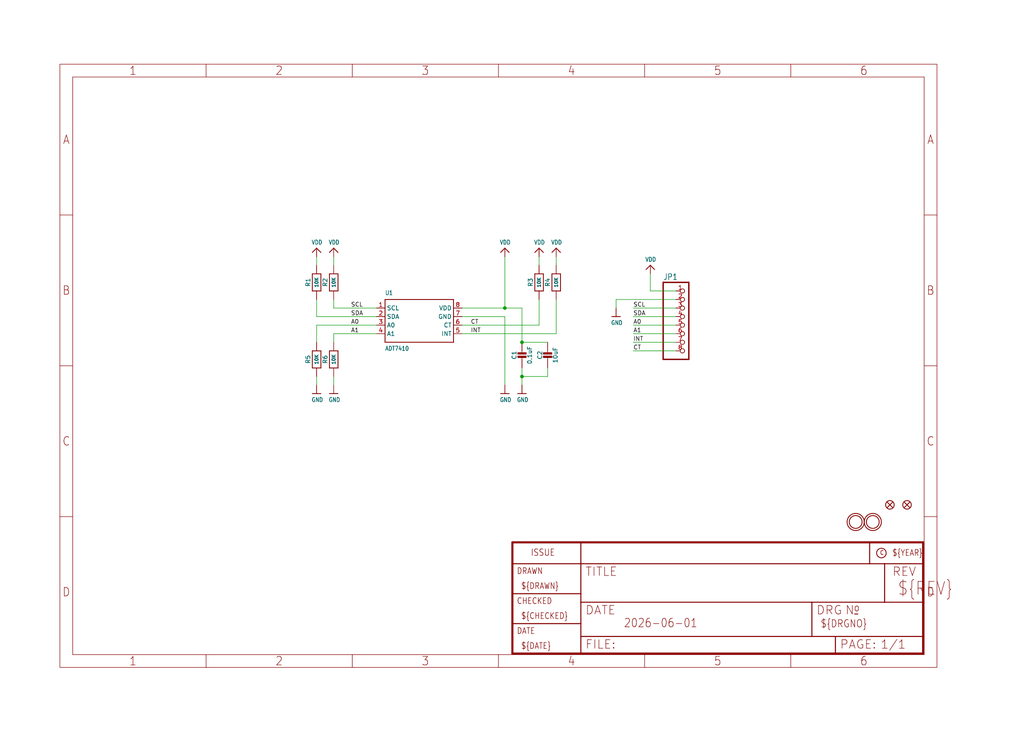
<source format=kicad_sch>
(kicad_sch (version 20230121) (generator eeschema)
  (paper "User" 303.962 217.322)
  (lib_symbols
    (symbol "working-eagle-import:CAP_CERAMIC0603_NO"
      (property "Reference" "C" (at -2.29 1.25 90))
      (symbol "CAP_CERAMIC0603_NO_1_0"
        (rectangle (start -1.27 0.508) (end 1.27 1.016) (fill (type outline)))
        (rectangle (start -1.27 1.524) (end 1.27 2.032) (fill (type outline)))
        (polyline (pts (xy 0 0.762) (xy 0 0)) (stroke (width 0.1524)))
        (polyline (pts (xy 0 2.54) (xy 0 1.778)) (stroke (width 0.1524)))
        (pin passive line (at 0 5.08 270) (length 2.54) (name "1") (number "1"))
        (pin passive line (at 0 -2.54 90) (length 2.54) (name "2") (number "2"))
      )
    )
    (symbol "working-eagle-import:CAP_CERAMIC0805-NOOUTLINE"
      (property "Reference" "C" (at -2.29 1.25 90))
      (symbol "CAP_CERAMIC0805-NOOUTLINE_1_0"
        (rectangle (start -1.27 0.508) (end 1.27 1.016) (fill (type outline)))
        (rectangle (start -1.27 1.524) (end 1.27 2.032) (fill (type outline)))
        (polyline (pts (xy 0 0.762) (xy 0 0)) (stroke (width 0.1524)))
        (polyline (pts (xy 0 2.54) (xy 0 1.778)) (stroke (width 0.1524)))
        (pin passive line (at 0 5.08 270) (length 2.54) (name "1") (number "1"))
        (pin passive line (at 0 -2.54 90) (length 2.54) (name "2") (number "2"))
      )
    )
    (symbol "working-eagle-import:FIDUCIAL_1MM"
      (symbol "FIDUCIAL_1MM_1_0"
        (polyline (pts (xy -0.762 0.762) (xy 0.762 -0.762)) (stroke (width 0.254)))
        (polyline (pts (xy 0.762 0.762) (xy -0.762 -0.762)) (stroke (width 0.254)))
        (circle (center 0 0) (radius 1.27) (stroke (width 0.254)))
      )
    )
    (symbol "working-eagle-import:FRAME_A4"
      (symbol "FRAME_A4_1_0"
        (polyline (pts (xy 0 44.7675) (xy 3.81 44.7675)))
        (polyline (pts (xy 0 89.535) (xy 3.81 89.535)))
        (polyline (pts (xy 0 134.3025) (xy 3.81 134.3025)))
        (polyline (pts (xy 3.81 3.81) (xy 3.81 175.26)))
        (polyline (pts (xy 43.3917 0) (xy 43.3917 3.81)))
        (polyline (pts (xy 43.3917 175.26) (xy 43.3917 179.07)))
        (polyline (pts (xy 86.7833 0) (xy 86.7833 3.81)))
        (polyline (pts (xy 86.7833 175.26) (xy 86.7833 179.07)))
        (polyline (pts (xy 130.175 0) (xy 130.175 3.81)))
        (polyline (pts (xy 130.175 175.26) (xy 130.175 179.07)))
        (polyline (pts (xy 173.5667 0) (xy 173.5667 3.81)))
        (polyline (pts (xy 173.5667 175.26) (xy 173.5667 179.07)))
        (polyline (pts (xy 216.9583 0) (xy 216.9583 3.81)))
        (polyline (pts (xy 216.9583 175.26) (xy 216.9583 179.07)))
        (polyline (pts (xy 256.54 3.81) (xy 3.81 3.81)))
        (polyline (pts (xy 256.54 3.81) (xy 256.54 8.89)) (stroke (width 0.1016)))
        (polyline (pts (xy 256.54 3.81) (xy 256.54 175.26)))
        (polyline (pts (xy 256.54 8.89) (xy 256.54 13.97)) (stroke (width 0.1016)))
        (polyline (pts (xy 256.54 13.97) (xy 256.54 19.05)) (stroke (width 0.1016)))
        (polyline (pts (xy 256.54 19.05) (xy 256.54 36.83)) (stroke (width 0.1016)))
        (polyline (pts (xy 256.54 44.7675) (xy 260.35 44.7675)))
        (polyline (pts (xy 256.54 89.535) (xy 260.35 89.535)))
        (polyline (pts (xy 256.54 134.3025) (xy 260.35 134.3025)))
        (polyline (pts (xy 256.54 175.26) (xy 3.81 175.26)))
        (polyline (pts (xy 0 0) (xy 260.35 0) (xy 260.35 179.07) (xy 0 179.07) (xy 0 0)))
        (text "1" (at 21.6958 1.905 0) (effects (font (size 2.54 2.286))))
        (text "1" (at 21.6958 177.165 0) (effects (font (size 2.54 2.286))))
        (text "2" (at 65.0875 1.905 0) (effects (font (size 2.54 2.286))))
        (text "2" (at 65.0875 177.165 0) (effects (font (size 2.54 2.286))))
        (text "3" (at 108.4792 1.905 0) (effects (font (size 2.54 2.286))))
        (text "3" (at 108.4792 177.165 0) (effects (font (size 2.54 2.286))))
        (text "4" (at 151.8708 1.905 0) (effects (font (size 2.54 2.286))))
        (text "4" (at 151.8708 177.165 0) (effects (font (size 2.54 2.286))))
        (text "5" (at 195.2625 1.905 0) (effects (font (size 2.54 2.286))))
        (text "5" (at 195.2625 177.165 0) (effects (font (size 2.54 2.286))))
        (text "6" (at 238.6542 1.905 0) (effects (font (size 2.54 2.286))))
        (text "6" (at 238.6542 177.165 0) (effects (font (size 2.54 2.286))))
        (text "A" (at 1.905 156.6863 0) (effects (font (size 2.54 2.286))))
        (text "A" (at 258.445 156.6863 0) (effects (font (size 2.54 2.286))))
        (text "B" (at 1.905 111.9188 0) (effects (font (size 2.54 2.286))))
        (text "B" (at 258.445 111.9188 0) (effects (font (size 2.54 2.286))))
        (text "C" (at 1.905 67.1513 0) (effects (font (size 2.54 2.286))))
        (text "C" (at 258.445 67.1513 0) (effects (font (size 2.54 2.286))))
        (text "D" (at 1.905 22.3838 0) (effects (font (size 2.54 2.286))))
        (text "D" (at 258.445 22.3838 0) (effects (font (size 2.54 2.286))))
      )
      (symbol "FRAME_A4_2_0"
        (polyline (pts (xy -0.3048 1.5748) (xy 20.0152 1.5748)) (stroke (width 0.6096)))
        (polyline (pts (xy -0.3048 10.4648) (xy -0.3048 1.5748)) (stroke (width 0.6096)))
        (polyline (pts (xy -0.3048 10.4648) (xy 20.0152 10.4648)) (stroke (width 0.3048)))
        (polyline (pts (xy -0.3048 19.3548) (xy -0.3048 10.4648)) (stroke (width 0.6096)))
        (polyline (pts (xy -0.3048 19.3548) (xy 20.0152 19.3548)) (stroke (width 0.3048)))
        (polyline (pts (xy -0.3048 28.2448) (xy -0.3048 19.3548)) (stroke (width 0.6096)))
        (polyline (pts (xy -0.3048 28.2448) (xy 20.0152 28.2448)) (stroke (width 0.3048)))
        (polyline (pts (xy -0.3048 34.5948) (xy -0.3048 28.2448)) (stroke (width 0.6096)))
        (polyline (pts (xy 20.0152 1.5748) (xy 20.0152 6.6548)) (stroke (width 0.3048)))
        (polyline (pts (xy 20.0152 1.5748) (xy 95.5802 1.5748)) (stroke (width 0.6096)))
        (polyline (pts (xy 20.0152 6.6548) (xy 20.0152 10.4648)) (stroke (width 0.3048)))
        (polyline (pts (xy 20.0152 6.6548) (xy 88.5952 6.6548)) (stroke (width 0.3048)))
        (polyline (pts (xy 20.0152 10.4648) (xy 20.0152 16.8148)) (stroke (width 0.3048)))
        (polyline (pts (xy 20.0152 16.8148) (xy 20.0152 19.3548)) (stroke (width 0.3048)))
        (polyline (pts (xy 20.0152 19.3548) (xy 20.0152 28.2448)) (stroke (width 0.3048)))
        (polyline (pts (xy 20.0152 28.2448) (xy 20.0152 34.5948)) (stroke (width 0.3048)))
        (polyline (pts (xy 20.0152 28.2448) (xy 105.7402 28.2448)) (stroke (width 0.3048)))
        (polyline (pts (xy 20.0152 34.5948) (xy -0.3048 34.5948)) (stroke (width 0.6096)))
        (polyline (pts (xy 88.5952 6.6548) (xy 95.5802 6.6548)) (stroke (width 0.3048)))
        (polyline (pts (xy 88.5952 16.8148) (xy 20.0152 16.8148)) (stroke (width 0.3048)))
        (polyline (pts (xy 88.5952 16.8148) (xy 88.5952 6.6548)) (stroke (width 0.3048)))
        (polyline (pts (xy 95.5802 1.5748) (xy 121.6152 1.5748)) (stroke (width 0.6096)))
        (polyline (pts (xy 95.5802 6.6548) (xy 95.5802 1.5748)) (stroke (width 0.3048)))
        (polyline (pts (xy 95.5802 6.6548) (xy 121.6152 6.6548)) (stroke (width 0.3048)))
        (polyline (pts (xy 101.2952 13.3223) (xy 102.2477 13.3223)) (stroke (width 0.254)))
        (polyline (pts (xy 105.7402 28.2448) (xy 105.7402 34.5948)) (stroke (width 0.3048)))
        (polyline (pts (xy 105.7402 28.2448) (xy 110.1852 28.2448)) (stroke (width 0.3048)))
        (polyline (pts (xy 105.7402 34.5948) (xy 20.0152 34.5948)) (stroke (width 0.6096)))
        (polyline (pts (xy 110.1852 16.8148) (xy 88.5952 16.8148)) (stroke (width 0.3048)))
        (polyline (pts (xy 110.1852 28.2448) (xy 110.1852 16.8148)) (stroke (width 0.3048)))
        (polyline (pts (xy 110.1852 28.2448) (xy 121.6152 28.2448)) (stroke (width 0.3048)))
        (polyline (pts (xy 121.6152 6.6548) (xy 121.6152 1.5748)) (stroke (width 0.6096)))
        (polyline (pts (xy 121.6152 16.8148) (xy 110.1852 16.8148)) (stroke (width 0.3048)))
        (polyline (pts (xy 121.6152 16.8148) (xy 121.6152 6.6548)) (stroke (width 0.6096)))
        (polyline (pts (xy 121.6152 28.2448) (xy 121.6152 16.8148)) (stroke (width 0.6096)))
        (polyline (pts (xy 121.6152 34.5948) (xy 105.7402 34.5948)) (stroke (width 0.6096)))
        (polyline (pts (xy 121.6152 34.5948) (xy 121.6152 28.2448)) (stroke (width 0.6096)))
        (circle (center 109.2327 31.4198) (radius 1.4199) (stroke (width 0.254)))
        (text "${#}/${##}" (at 108.9152 2.8448 0) (effects (font (size 2.54 2.54)) (justify left bottom)))
        (text "${CHECKED}" (at 2.2352 11.7348 0) (effects (font (size 1.778 1.5113)) (justify left bottom)))
        (text "${COMPANY}" (at 23.349 29.6735 0) (effects (font (size 3.175 2.6987) (thickness 0.5397) bold) (justify left bottom)))
        (text "${CURRENT_DATE}" (at 32.7152 9.1948 0) (effects (font (size 2.54 2.159)) (justify left bottom)))
        (text "${DATE}" (at 2.2352 2.8448 0) (effects (font (size 1.778 1.5113)) (justify left bottom)))
        (text "${DRAWN}" (at 2.2352 20.6248 0) (effects (font (size 1.778 1.5113)) (justify left bottom)))
        (text "${DRGNO}" (at 91.1352 9.1948 0) (effects (font (size 2.1844 1.8567)) (justify left bottom)))
        (text "${PROJECTNAME}" (at 33.0327 2.8448 0) (effects (font (size 2.54 2.159)) (justify left bottom)))
        (text "${REV}" (at 113.9952 18.7198 0) (effects (font (size 3.81 3.2385)) (justify left bottom)))
        (text "${YEAR}" (at 112.4077 30.4673 0) (effects (font (size 1.778 1.5113)) (justify left bottom)))
        (text "C" (at 108.7564 30.7848 0) (effects (font (size 1.27 1.0795)) (justify left bottom)))
        (text "CHECKED" (at 0.9652 16.1798 0) (effects (font (size 1.778 1.5113)) (justify left bottom)))
        (text "DATE" (at 0.9652 7.2898 0) (effects (font (size 1.778 1.5113)) (justify left bottom)))
        (text "DATE" (at 21.2852 13.0048 0) (effects (font (size 2.54 2.54)) (justify left bottom)))
        (text "DRAWN" (at 0.9652 25.0698 0) (effects (font (size 1.778 1.5113)) (justify left bottom)))
        (text "DRG" (at 89.8652 13.0048 0) (effects (font (size 2.54 2.54)) (justify left bottom)))
        (text "FILE:" (at 21.2852 2.8448 0) (effects (font (size 2.54 2.54)) (justify left bottom)))
        (text "ISSUE" (at 5.0927 30.4673 0) (effects (font (size 1.9304 1.6408)) (justify left bottom)))
        (text "N" (at 98.4377 13.0048 0) (effects (font (size 2.54 2.54)) (justify left bottom)))
        (text "o" (at 100.9777 13.9573 0) (effects (font (size 2.1844 1.8567)) (justify left bottom)))
        (text "PAGE:" (at 96.8502 2.8448 0) (effects (font (size 2.54 2.54)) (justify left bottom)))
        (text "REV" (at 112.4077 24.4348 0) (effects (font (size 2.54 2.54)) (justify left bottom)))
        (text "TITLE" (at 21.2852 24.4348 0) (effects (font (size 2.54 2.54)) (justify left bottom)))
      )
    )
    (symbol "working-eagle-import:GND" (power)
      (property "Value" "GND" (at -1.524 -2.54 0))
      (symbol "GND_1_0"
        (polyline (pts (xy -1.27 0) (xy 1.27 0)) (stroke (width 0.254)))
        (pin power_in line (at 0 2.54 270) (length 2.54) (name "GND") (number "1"))
      )
    )
    (symbol "working-eagle-import:HEADER-1X870MIL"
      (property "Reference" "JP" (at -6.35 13.335 0))
      (symbol "HEADER-1X870MIL_1_0"
        (polyline (pts (xy -6.35 -10.16) (xy 1.27 -10.16)) (stroke (width 0.4064)))
        (polyline (pts (xy -6.35 12.7) (xy -6.35 -10.16)) (stroke (width 0.4064)))
        (polyline (pts (xy 1.27 -10.16) (xy 1.27 12.7)) (stroke (width 0.4064)))
        (polyline (pts (xy 1.27 12.7) (xy -6.35 12.7)) (stroke (width 0.4064)))
        (pin passive inverted (at -2.54 10.16 0) (length 2.54) (name "1") (number "1"))
        (pin passive inverted (at -2.54 7.62 0) (length 2.54) (name "2") (number "2"))
        (pin passive inverted (at -2.54 5.08 0) (length 2.54) (name "3") (number "3"))
        (pin passive inverted (at -2.54 2.54 0) (length 2.54) (name "4") (number "4"))
        (pin passive inverted (at -2.54 0 0) (length 2.54) (name "5") (number "5"))
        (pin passive inverted (at -2.54 -2.54 0) (length 2.54) (name "6") (number "6"))
        (pin passive inverted (at -2.54 -5.08 0) (length 2.54) (name "7") (number "7"))
        (pin passive inverted (at -2.54 -7.62 0) (length 2.54) (name "8") (number "8"))
      )
    )
    (symbol "working-eagle-import:MOUNTINGHOLE2.0"
      (symbol "MOUNTINGHOLE2.0_1_0"
        (circle (center 0 0) (radius 1.905) (stroke (width 0.254)))
        (circle (center 0 0) (radius 2.54) (stroke (width 0.254)))
      )
    )
    (symbol "working-eagle-import:RESISTOR_0603_NOOUT"
      (property "Reference" "R" (at 0 2.54 0))
      (symbol "RESISTOR_0603_NOOUT_1_0"
        (polyline (pts (xy -2.54 -1.27) (xy -2.54 1.27)) (stroke (width 0.254)))
        (polyline (pts (xy -2.54 1.27) (xy 2.54 1.27)) (stroke (width 0.254)))
        (polyline (pts (xy 2.54 -1.27) (xy -2.54 -1.27)) (stroke (width 0.254)))
        (polyline (pts (xy 2.54 1.27) (xy 2.54 -1.27)) (stroke (width 0.254)))
        (pin passive line (at -5.08 0 0) (length 2.54) (name "1") (number "1"))
        (pin passive line (at 5.08 0 180) (length 2.54) (name "2") (number "2"))
      )
    )
    (symbol "working-eagle-import:TEMP_ADT7410"
      (property "Reference" "U" (at -10.16 8.89 0))
      (symbol "TEMP_ADT7410_1_0"
        (polyline (pts (xy -10.16 -5.08) (xy -10.16 7.62)) (stroke (width 0.254)))
        (polyline (pts (xy -10.16 7.62) (xy 10.16 7.62)) (stroke (width 0.254)))
        (polyline (pts (xy 10.16 -5.08) (xy -10.16 -5.08)) (stroke (width 0.254)))
        (polyline (pts (xy 10.16 7.62) (xy 10.16 -5.08)) (stroke (width 0.254)))
        (pin bidirectional line (at -12.7 5.08 0) (length 2.54) (name "SCL") (number "1"))
        (pin bidirectional line (at -12.7 2.54 0) (length 2.54) (name "SDA") (number "2"))
        (pin bidirectional line (at -12.7 0 0) (length 2.54) (name "A0") (number "3"))
        (pin bidirectional line (at -12.7 -2.54 0) (length 2.54) (name "A1") (number "4"))
        (pin bidirectional line (at 12.7 -2.54 180) (length 2.54) (name "INT") (number "5"))
        (pin bidirectional line (at 12.7 0 180) (length 2.54) (name "CT") (number "6"))
        (pin power_in line (at 12.7 2.54 180) (length 2.54) (name "GND") (number "7"))
        (pin power_in line (at 12.7 5.08 180) (length 2.54) (name "VDD") (number "8"))
      )
    )
    (symbol "working-eagle-import:VDD" (power)
      (property "Value" "VDD" (at -1.524 1.016 0))
      (symbol "VDD_1_0"
        (polyline (pts (xy -1.27 -1.27) (xy 0 0)) (stroke (width 0.254)))
        (polyline (pts (xy 0 0) (xy 1.27 -1.27)) (stroke (width 0.254)))
        (pin power_in line (at 0 -2.54 90) (length 2.54) (name "VDD") (number "1"))
      )
    )
  )
  (junction (at 154.94 101.6))
  (junction (at 149.86 91.44))
  (junction (at 154.94 111.76))
  (wire (pts (xy 160.02 78.74) (xy 160.02 76.2)) (stroke (width 0.1524)))
  (wire (pts (xy 111.76 99.06) (xy 99.06 99.06)) (stroke (width 0.1524)))
  (wire (pts (xy 182.88 88.9) (xy 182.88 91.44)) (stroke (width 0.1524)))
  (wire (pts (xy 154.94 91.44) (xy 154.94 101.6)) (stroke (width 0.1524)))
  (wire (pts (xy 99.06 78.74) (xy 99.06 76.2)) (stroke (width 0.1524)))
  (wire (pts (xy 99.06 91.44) (xy 99.06 88.9)) (stroke (width 0.1524)))
  (wire (pts (xy 162.56 111.76) (xy 162.56 109.22)) (stroke (width 0.1524)))
  (wire (pts (xy 193.04 86.36) (xy 193.04 81.28)) (stroke (width 0.1524)))
  (wire (pts (xy 137.16 93.98) (xy 149.86 93.98)) (stroke (width 0.1524)))
  (wire (pts (xy 200.66 86.36) (xy 193.04 86.36)) (stroke (width 0.1524)))
  (wire (pts (xy 149.86 93.98) (xy 149.86 114.3)) (stroke (width 0.1524)))
  (wire (pts (xy 165.1 99.06) (xy 165.1 88.9)) (stroke (width 0.1524)))
  (wire (pts (xy 111.76 93.98) (xy 93.98 93.98)) (stroke (width 0.1524)))
  (wire (pts (xy 149.86 91.44) (xy 149.86 76.2)) (stroke (width 0.1524)))
  (wire (pts (xy 137.16 91.44) (xy 149.86 91.44)) (stroke (width 0.1524)))
  (wire (pts (xy 93.98 111.76) (xy 93.98 114.3)) (stroke (width 0.1524)))
  (wire (pts (xy 187.96 101.6) (xy 200.66 101.6)) (stroke (width 0.1524)))
  (wire (pts (xy 165.1 76.2) (xy 165.1 78.74)) (stroke (width 0.1524)))
  (wire (pts (xy 187.96 104.14) (xy 200.66 104.14)) (stroke (width 0.1524)))
  (wire (pts (xy 162.56 101.6) (xy 154.94 101.6)) (stroke (width 0.1524)))
  (wire (pts (xy 93.98 93.98) (xy 93.98 88.9)) (stroke (width 0.1524)))
  (wire (pts (xy 154.94 111.76) (xy 162.56 111.76)) (stroke (width 0.1524)))
  (wire (pts (xy 200.66 93.98) (xy 187.96 93.98)) (stroke (width 0.1524)))
  (wire (pts (xy 154.94 109.22) (xy 154.94 111.76)) (stroke (width 0.1524)))
  (wire (pts (xy 154.94 111.76) (xy 154.94 114.3)) (stroke (width 0.1524)))
  (wire (pts (xy 111.76 96.52) (xy 93.98 96.52)) (stroke (width 0.1524)))
  (wire (pts (xy 93.98 78.74) (xy 93.98 76.2)) (stroke (width 0.1524)))
  (wire (pts (xy 200.66 96.52) (xy 187.96 96.52)) (stroke (width 0.1524)))
  (wire (pts (xy 99.06 99.06) (xy 99.06 101.6)) (stroke (width 0.1524)))
  (wire (pts (xy 93.98 96.52) (xy 93.98 101.6)) (stroke (width 0.1524)))
  (wire (pts (xy 200.66 91.44) (xy 187.96 91.44)) (stroke (width 0.1524)))
  (wire (pts (xy 137.16 99.06) (xy 165.1 99.06)) (stroke (width 0.1524)))
  (wire (pts (xy 99.06 111.76) (xy 99.06 114.3)) (stroke (width 0.1524)))
  (wire (pts (xy 200.66 88.9) (xy 182.88 88.9)) (stroke (width 0.1524)))
  (wire (pts (xy 111.76 91.44) (xy 99.06 91.44)) (stroke (width 0.1524)))
  (wire (pts (xy 160.02 96.52) (xy 160.02 88.9)) (stroke (width 0.1524)))
  (wire (pts (xy 200.66 99.06) (xy 187.96 99.06)) (stroke (width 0.1524)))
  (wire (pts (xy 149.86 91.44) (xy 154.94 91.44)) (stroke (width 0.1524)))
  (wire (pts (xy 137.16 96.52) (xy 160.02 96.52)) (stroke (width 0.1524)))
  (label "INT" (at 187.96 101.6 0) (effects (font (size 1.2446 1.2446))))
  (label "A1" (at 104.14 99.06 0) (effects (font (size 1.2446 1.2446))))
  (label "INT" (at 139.7 99.06 0) (effects (font (size 1.2446 1.2446))))
  (label "A0" (at 187.96 96.52 0) (effects (font (size 1.2446 1.2446))))
  (label "CT" (at 187.96 104.14 0) (effects (font (size 1.2446 1.2446))))
  (label "SDA" (at 187.96 93.98 0) (effects (font (size 1.2446 1.2446))))
  (label "A1" (at 187.96 99.06 0) (effects (font (size 1.2446 1.2446))))
  (label "SCL" (at 104.14 91.44 0) (effects (font (size 1.2446 1.2446))))
  (label "SCL" (at 187.96 91.44 0) (effects (font (size 1.2446 1.2446))))
  (label "CT" (at 139.7 96.52 0) (effects (font (size 1.2446 1.2446))))
  (label "A0" (at 104.14 96.52 0) (effects (font (size 1.2446 1.2446))))
  (label "SDA" (at 104.14 93.98 0) (effects (font (size 1.2446 1.2446))))
  (symbol (lib_id "working-eagle-import:MOUNTINGHOLE2.0") (at 254 154.94 0) (unit 1)
    (property "Reference" "U$4" (effects hide))
    (property "Value" "MOUNTINGHOLE2.0" (effects hide))
    (property "Footprint" "working:MOUNTINGHOLE_2.0_PLATED" (effects hide))
  )
  (symbol (lib_id "working-eagle-import:RESISTOR_0603_NOOUT") (at 99.06 106.68 90) (unit 1)
    (property "Reference" "R6" (at 96.52 106.68 0))
    (property "Value" "10K" (at 99.06 106.68 0) (effects (font (size 1.016 1.016) bold)))
    (property "Footprint" "working:0603-NO" (effects hide))
  )
  (symbol (lib_id "working-eagle-import:RESISTOR_0603_NOOUT") (at 93.98 83.82 90) (unit 1)
    (property "Reference" "R1" (at 91.44 83.82 0))
    (property "Value" "10K" (at 93.98 83.82 0) (effects (font (size 1.016 1.016) bold)))
    (property "Footprint" "working:0603-NO" (effects hide))
  )
  (symbol (lib_id "working-eagle-import:RESISTOR_0603_NOOUT") (at 99.06 83.82 90) (unit 1)
    (property "Reference" "R2" (at 96.52 83.82 0))
    (property "Value" "10K" (at 99.06 83.82 0) (effects (font (size 1.016 1.016) bold)))
    (property "Footprint" "working:0603-NO" (effects hide))
  )
  (symbol (lib_id "working-eagle-import:TEMP_ADT7410") (at 124.46 96.52 0) (unit 1)
    (property "Reference" "U1" (at 114.3 87.63 0) (effects (font (size 1.27 1.0795)) (justify left bottom)))
    (property "Value" "ADT7410" (at 114.3 104.14 0) (effects (font (size 1.27 1.0795)) (justify left bottom)))
    (property "Footprint" "working:SOIC8_150MIL" (effects hide))
  )
  (symbol (lib_id "working-eagle-import:GND") (at 154.94 116.84 0) (unit 1)
    (property "Reference" "#U$12" (effects hide))
    (property "Value" "GND" (at 153.416 119.38 0) (effects (font (size 1.27 1.0795)) (justify left bottom)))
  )
  (symbol (lib_id "working-eagle-import:MOUNTINGHOLE2.0") (at 259.08 154.94 0) (unit 1)
    (property "Reference" "U$3" (effects hide))
    (property "Value" "MOUNTINGHOLE2.0" (effects hide))
    (property "Footprint" "working:MOUNTINGHOLE_2.0_PLATED" (effects hide))
  )
  (symbol (lib_id "working-eagle-import:VDD") (at 160.02 73.66 0) (unit 1)
    (property "Reference" "#U$6" (effects hide))
    (property "Value" "VDD" (at 158.496 72.644 0) (effects (font (size 1.27 1.0795)) (justify left bottom)))
  )
  (symbol (lib_id "working-eagle-import:RESISTOR_0603_NOOUT") (at 160.02 83.82 90) (unit 1)
    (property "Reference" "R3" (at 157.48 83.82 0))
    (property "Value" "10K" (at 160.02 83.82 0) (effects (font (size 1.016 1.016) bold)))
    (property "Footprint" "working:0603-NO" (effects hide))
  )
  (symbol (lib_id "working-eagle-import:VDD") (at 93.98 73.66 0) (unit 1)
    (property "Reference" "#U$9" (effects hide))
    (property "Value" "VDD" (at 92.456 72.644 0) (effects (font (size 1.27 1.0795)) (justify left bottom)))
  )
  (symbol (lib_id "working-eagle-import:VDD") (at 99.06 73.66 0) (unit 1)
    (property "Reference" "#U$8" (effects hide))
    (property "Value" "VDD" (at 97.536 72.644 0) (effects (font (size 1.27 1.0795)) (justify left bottom)))
  )
  (symbol (lib_id "working-eagle-import:FIDUCIAL_1MM") (at 269.24 149.86 0) (unit 1)
    (property "Reference" "FID1" (effects hide))
    (property "Value" "FIDUCIAL_1MM" (effects hide))
    (property "Footprint" "working:FIDUCIAL_1MM" (effects hide))
  )
  (symbol (lib_id "working-eagle-import:VDD") (at 193.04 78.74 0) (unit 1)
    (property "Reference" "#U$11" (effects hide))
    (property "Value" "VDD" (at 191.516 77.724 0) (effects (font (size 1.27 1.0795)) (justify left bottom)))
  )
  (symbol (lib_id "working-eagle-import:VDD") (at 165.1 73.66 0) (unit 1)
    (property "Reference" "#U$7" (effects hide))
    (property "Value" "VDD" (at 163.576 72.644 0) (effects (font (size 1.27 1.0795)) (justify left bottom)))
  )
  (symbol (lib_id "working-eagle-import:HEADER-1X870MIL") (at 203.2 96.52 0) (unit 1)
    (property "Reference" "JP1" (at 196.85 83.185 0) (effects (font (size 1.778 1.5113)) (justify left bottom)))
    (property "Value" "HEADER-1X870MIL" (effects hide))
    (property "Footprint" "working:1X08_ROUND_70" (effects hide))
  )
  (symbol (lib_id "working-eagle-import:GND") (at 99.06 116.84 0) (unit 1)
    (property "Reference" "#U$14" (effects hide))
    (property "Value" "GND" (at 97.536 119.38 0) (effects (font (size 1.27 1.0795)) (justify left bottom)))
  )
  (symbol (lib_id "working-eagle-import:GND") (at 93.98 116.84 0) (unit 1)
    (property "Reference" "#U$13" (effects hide))
    (property "Value" "GND" (at 92.456 119.38 0) (effects (font (size 1.27 1.0795)) (justify left bottom)))
  )
  (symbol (lib_id "working-eagle-import:FRAME_A4") (at 152.4 195.58 0) (unit 2)
    (property "Reference" "#FRAME1" (effects hide))
    (property "Value" "FRAME_A4" (effects hide))
  )
  (symbol (lib_id "working-eagle-import:VDD") (at 149.86 73.66 0) (unit 1)
    (property "Reference" "#U$5" (effects hide))
    (property "Value" "VDD" (at 148.336 72.644 0) (effects (font (size 1.27 1.0795)) (justify left bottom)))
  )
  (symbol (lib_id "working-eagle-import:FRAME_A4") (at 17.78 198.12 0) (unit 1)
    (property "Reference" "#FRAME1" (effects hide))
    (property "Value" "FRAME_A4" (effects hide))
  )
  (symbol (lib_id "working-eagle-import:FIDUCIAL_1MM") (at 264.16 149.86 0) (unit 1)
    (property "Reference" "FID2" (effects hide))
    (property "Value" "FIDUCIAL_1MM" (effects hide))
    (property "Footprint" "working:FIDUCIAL_1MM" (effects hide))
  )
  (symbol (lib_id "working-eagle-import:GND") (at 149.86 116.84 0) (unit 1)
    (property "Reference" "#U$10" (effects hide))
    (property "Value" "GND" (at 148.336 119.38 0) (effects (font (size 1.27 1.0795)) (justify left bottom)))
  )
  (symbol (lib_id "working-eagle-import:RESISTOR_0603_NOOUT") (at 93.98 106.68 90) (unit 1)
    (property "Reference" "R5" (at 91.44 106.68 0))
    (property "Value" "10K" (at 93.98 106.68 0) (effects (font (size 1.016 1.016) bold)))
    (property "Footprint" "working:0603-NO" (effects hide))
  )
  (symbol (lib_id "working-eagle-import:RESISTOR_0603_NOOUT") (at 165.1 83.82 90) (unit 1)
    (property "Reference" "R4" (at 162.56 83.82 0))
    (property "Value" "10K" (at 165.1 83.82 0) (effects (font (size 1.016 1.016) bold)))
    (property "Footprint" "working:0603-NO" (effects hide))
  )
  (symbol (lib_id "working-eagle-import:CAP_CERAMIC0805-NOOUTLINE") (at 162.56 106.68 0) (unit 1)
    (property "Reference" "C2" (at 160.27 105.43 90))
    (property "Value" "10uF" (at 164.86 105.43 90))
    (property "Footprint" "working:0805-NO" (effects hide))
  )
  (symbol (lib_id "working-eagle-import:CAP_CERAMIC0603_NO") (at 154.94 106.68 0) (unit 1)
    (property "Reference" "C1" (at 152.65 105.43 90))
    (property "Value" "0.1uF" (at 157.24 105.43 90))
    (property "Footprint" "working:0603-NO" (effects hide))
  )
  (symbol (lib_id "working-eagle-import:GND") (at 182.88 93.98 0) (unit 1)
    (property "Reference" "#U$15" (effects hide))
    (property "Value" "GND" (at 181.356 96.52 0) (effects (font (size 1.27 1.0795)) (justify left bottom)))
  )
)
</source>
